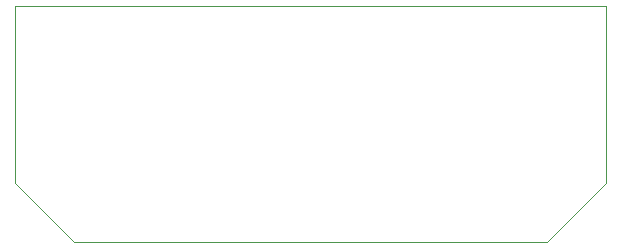
<source format=gm1>
G04 #@! TF.GenerationSoftware,KiCad,Pcbnew,7.0.2*
G04 #@! TF.CreationDate,2023-05-31T21:51:21+09:00*
G04 #@! TF.ProjectId,sync,73796e63-2e6b-4696-9361-645f70636258,rev?*
G04 #@! TF.SameCoordinates,PX3473bc0PY4c4b400*
G04 #@! TF.FileFunction,Profile,NP*
%FSLAX46Y46*%
G04 Gerber Fmt 4.6, Leading zero omitted, Abs format (unit mm)*
G04 Created by KiCad (PCBNEW 7.0.2) date 2023-05-31 21:51:21*
%MOMM*%
%LPD*%
G01*
G04 APERTURE LIST*
G04 #@! TA.AperFunction,Profile*
%ADD10C,0.100000*%
G04 #@! TD*
G04 APERTURE END LIST*
D10*
X50000000Y5000000D02*
X45000000Y0D01*
X5000000Y0D01*
X0Y5000000D01*
X0Y20000000D01*
X50000000Y20000000D01*
X50000000Y5000000D01*
M02*

</source>
